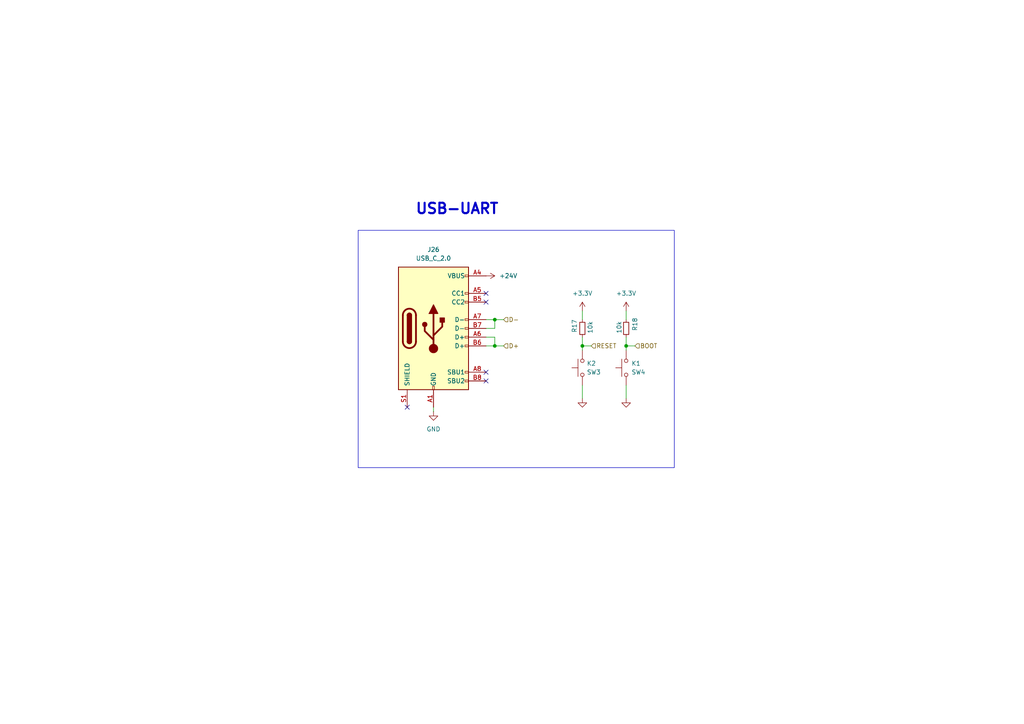
<source format=kicad_sch>
(kicad_sch (version 20231120) (generator "eeschema") (generator_version "8.0")
  (paper "A4")
  (lib_symbols
    (symbol "Connector:USB_C_Receptacle_USB2.0" (pin_names (offset 1.016))
      (property "Reference" "J" (at -10.16 19.05 0))
      (property "Value" "USB_C_Receptacle_USB2.0" (at 19.05 19.05 0))
      (symbol "USB_C_Receptacle_USB2.0_0_0"
        (rectangle (start -0.254 -17.78) (end 0.254 -16.764))
        (rectangle (start 10.16 -14.986) (end 9.144 -15.494))
        (rectangle (start 10.16 -12.446) (end 9.144 -12.954))
        (rectangle (start 10.16 -4.826) (end 9.144 -5.334))
        (rectangle (start 10.16 -2.286) (end 9.144 -2.794))
        (rectangle (start 10.16 0.254) (end 9.144 -0.254))
        (rectangle (start 10.16 2.794) (end 9.144 2.286))
        (rectangle (start 10.16 7.874) (end 9.144 7.366))
        (rectangle (start 10.16 10.414) (end 9.144 9.906))
        (rectangle (start 10.16 15.494) (end 9.144 14.986))
      )
      (symbol "USB_C_Receptacle_USB2.0_0_1"
        (rectangle (start -10.16 17.78) (end 10.16 -17.78) (stroke (width 0.254)) (fill (type background)))
        (arc (start -8.89 -3.81) (mid -6.985 -5.7067) (end -5.08 -3.81) (stroke (width 0.508)))
        (arc (start -7.62 -3.81) (mid -6.985 -4.4423) (end -6.35 -3.81) (stroke (width 0.254)))
        (arc (start -7.62 -3.81) (mid -6.985 -4.4423) (end -6.35 -3.81) (stroke (width 0.254)) (fill (type outline)))
        (rectangle (start -7.62 -3.81) (end -6.35 3.81) (stroke (width 0.254)) (fill (type outline)))
        (arc (start -6.35 3.81) (mid -6.985 4.4423) (end -7.62 3.81) (stroke (width 0.254)))
        (arc (start -6.35 3.81) (mid -6.985 4.4423) (end -7.62 3.81) (stroke (width 0.254)) (fill (type outline)))
        (arc (start -5.08 3.81) (mid -6.985 5.7067) (end -8.89 3.81) (stroke (width 0.508)))
        (circle (center -2.54 1.143) (radius 0.635) (stroke (width 0.254)) (fill (type outline)))
        (circle (center 0 -5.842) (radius 1.27) (fill (type outline)))
        (polyline (pts (xy -8.89 -3.81) (xy -8.89 3.81)) (stroke (width 0.508)))
        (polyline (pts (xy -5.08 3.81) (xy -5.08 -3.81)) (stroke (width 0.508)))
        (polyline (pts (xy 0 -5.842) (xy 0 4.318)) (stroke (width 0.508)))
        (polyline (pts (xy 0 -3.302) (xy -2.54 -0.762) (xy -2.54 0.508)) (stroke (width 0.508)))
        (polyline (pts (xy 0 -2.032) (xy 2.54 0.508) (xy 2.54 1.778)) (stroke (width 0.508)))
        (polyline (pts (xy -1.27 4.318) (xy 0 6.858) (xy 1.27 4.318) (xy -1.27 4.318)) (stroke (width 0.254)) (fill (type outline)))
        (rectangle (start 1.905 1.778) (end 3.175 3.048) (stroke (width 0.254)) (fill (type outline)))
      )
      (symbol "USB_C_Receptacle_USB2.0_1_1"
        (pin passive line (at 0 -22.86 90) (length 5.08) (name "GND") (number "A1"))
        (pin passive line (at 0 -22.86 90) (length 5.08) hide (name "GND") (number "A12"))
        (pin passive line (at 15.24 15.24 180) (length 5.08) (name "VBUS") (number "A4"))
        (pin bidirectional line (at 15.24 10.16 180) (length 5.08) (name "CC1") (number "A5"))
        (pin bidirectional line (at 15.24 -2.54 180) (length 5.08) (name "D+") (number "A6"))
        (pin bidirectional line (at 15.24 2.54 180) (length 5.08) (name "D-") (number "A7"))
        (pin bidirectional line (at 15.24 -12.7 180) (length 5.08) (name "SBU1") (number "A8"))
        (pin passive line (at 15.24 15.24 180) (length 5.08) hide (name "VBUS") (number "A9"))
        (pin passive line (at 0 -22.86 90) (length 5.08) hide (name "GND") (number "B1"))
        (pin passive line (at 0 -22.86 90) (length 5.08) hide (name "GND") (number "B12"))
        (pin passive line (at 15.24 15.24 180) (length 5.08) hide (name "VBUS") (number "B4"))
        (pin bidirectional line (at 15.24 7.62 180) (length 5.08) (name "CC2") (number "B5"))
        (pin bidirectional line (at 15.24 -5.08 180) (length 5.08) (name "D+") (number "B6"))
        (pin bidirectional line (at 15.24 0 180) (length 5.08) (name "D-") (number "B7"))
        (pin bidirectional line (at 15.24 -15.24 180) (length 5.08) (name "SBU2") (number "B8"))
        (pin passive line (at 15.24 15.24 180) (length 5.08) hide (name "VBUS") (number "B9"))
        (pin passive line (at -7.62 -22.86 90) (length 5.08) (name "SHIELD") (number "S1"))
      )
    )
    (symbol "Device:R_Small" (pin_numbers hide) (pin_names (offset 0.254) hide)
      (property "Reference" "R" (at 0.762 0.508 0))
      (property "Value" "R_Small" (at 0.762 -1.016 0))
      (symbol "R_Small_0_1"
        (rectangle (start -0.762 1.778) (end 0.762 -1.778) (stroke (width 0.2032)))
      )
      (symbol "R_Small_1_1"
        (pin passive line (at 0 2.54 270) (length 0.762) (name "~") (number "1"))
        (pin passive line (at 0 -2.54 90) (length 0.762) (name "~") (number "2"))
      )
    )
    (symbol "GND_1" (power) (pin_numbers hide) (pin_names (offset 0) hide)
      (property "Value" "GND" (at 0 -3.81 0))
      (symbol "GND_1_0_1"
        (polyline (pts (xy 0 0) (xy 0 -1.27) (xy 1.27 -1.27) (xy 0 -2.54) (xy -1.27 -1.27) (xy 0 -1.27)))
      )
      (symbol "GND_1_1_1"
        (pin power_in line (at 0 0 270) (length 0) (name "~") (number "1"))
      )
    )
    (symbol "Switch:SW_Push" (pin_numbers hide) (pin_names (offset 1.016) hide)
      (property "Reference" "SW" (at 1.27 2.54 0))
      (property "Value" "SW_Push" (at 0 -1.524 0))
      (symbol "SW_Push_0_1"
        (circle (center -2.032 0) (radius 0.508))
        (polyline (pts (xy 0 1.27) (xy 0 3.048)))
        (polyline (pts (xy 2.54 1.27) (xy -2.54 1.27)))
        (circle (center 2.032 0) (radius 0.508))
        (pin passive line (at -5.08 0 0) (length 2.54) (name "1") (number "1"))
        (pin passive line (at 5.08 0 180) (length 2.54) (name "2") (number "2"))
      )
    )
    (symbol "power:+24V" (power) (pin_numbers hide) (pin_names (offset 0) hide)
      (property "Value" "+24V" (at 0 3.556 0))
      (symbol "+24V_0_1"
        (polyline (pts (xy -0.762 1.27) (xy 0 2.54)))
        (polyline (pts (xy 0 0) (xy 0 2.54)))
        (polyline (pts (xy 0 2.54) (xy 0.762 1.27)))
      )
      (symbol "+24V_1_1"
        (pin power_in line (at 0 0 90) (length 0) (name "~") (number "1"))
      )
    )
    (symbol "power:+3.3V" (power) (pin_names (offset 0))
      (property "Value" "+3.3V" (at 0 3.556 0))
      (symbol "+3.3V_0_1"
        (polyline (pts (xy -0.762 1.27) (xy 0 2.54)))
        (polyline (pts (xy 0 0) (xy 0 2.54)))
        (polyline (pts (xy 0 2.54) (xy 0.762 1.27)))
      )
      (symbol "+3.3V_1_1"
        (pin power_in line (at 0 0 90) (length 0) hide (name "+3.3V") (number "1"))
      )
    )
    (symbol "power:GND" (power) (pin_names (offset 0))
      (property "Value" "GND" (at 0 -3.81 0))
      (symbol "GND_0_1"
        (polyline (pts (xy 0 0) (xy 0 -1.27) (xy 1.27 -1.27) (xy 0 -2.54) (xy -1.27 -1.27) (xy 0 -1.27)))
      )
      (symbol "GND_1_1"
        (pin power_in line (at 0 0 270) (length 0) hide (name "GND") (number "1"))
      )
    )
  )
  (junction (at 168.91 100.33))
  (junction (at 181.61 100.33))
  (junction (at 143.51 92.71))
  (junction (at 143.51 100.33))
  (no_connect (at 118.11 118.11))
  (no_connect (at 140.97 85.09))
  (no_connect (at 140.97 87.63))
  (no_connect (at 140.97 107.95))
  (no_connect (at 140.97 110.49))
  (wire (pts (xy 143.51 97.79) (xy 143.51 100.33)))
  (wire (pts (xy 143.51 92.71) (xy 146.05 92.71)))
  (wire (pts (xy 168.91 97.79) (xy 168.91 100.33)))
  (wire (pts (xy 181.61 100.33) (xy 184.15 100.33)))
  (wire (pts (xy 168.91 100.33) (xy 171.45 100.33)))
  (wire (pts (xy 140.97 97.79) (xy 143.51 97.79)))
  (wire (pts (xy 168.91 111.76) (xy 168.91 115.57)))
  (wire (pts (xy 168.91 90.17) (xy 168.91 92.71)))
  (wire (pts (xy 181.61 111.76) (xy 181.61 115.57)))
  (wire (pts (xy 181.61 97.79) (xy 181.61 100.33)))
  (wire (pts (xy 140.97 95.25) (xy 143.51 95.25)))
  (wire (pts (xy 125.73 118.11) (xy 125.73 119.38)))
  (wire (pts (xy 143.51 92.71) (xy 140.97 92.71)))
  (wire (pts (xy 181.61 90.17) (xy 181.61 92.71)))
  (wire (pts (xy 168.91 100.33) (xy 168.91 101.6)))
  (wire (pts (xy 140.97 100.33) (xy 143.51 100.33)))
  (wire (pts (xy 143.51 100.33) (xy 146.05 100.33)))
  (wire (pts (xy 143.51 95.25) (xy 143.51 92.71)))
  (wire (pts (xy 181.61 100.33) (xy 181.61 101.6)))
  (rectangle (start 103.886 66.802) (end 195.58 135.636))
  (text "USB-UART\n" (at 132.588 60.706 0) (effects (font (size 3 3) (thickness 0.6) (bold yes))))
  (hierarchical_label "D-" (shape input) (at 146.05 92.71 0))
  (hierarchical_label "RESET" (shape input) (at 171.45 100.33 0))
  (hierarchical_label "BOOT" (shape input) (at 184.15 100.33 0))
  (hierarchical_label "D+" (shape input) (at 146.05 100.33 0))
  (symbol (lib_id "Switch:SW_Push") (at 181.61 106.68 90) (unit 1)
    (property "Reference" "SW4" (at 183.134 107.95 90) (effects (justify right)))
    (property "Value" "K1" (at 183.134 105.41 90) (effects (justify right)))
    (property "Footprint" "Button_Switch_SMD:SW_Push_SPST_NO_Alps_SKRK" (effects (hide yes)))
  )
  (symbol (lib_id "Switch:SW_Push") (at 168.91 106.68 90) (unit 1)
    (property "Reference" "SW3" (at 170.18 107.95 90) (effects (justify right)))
    (property "Value" "K2" (at 170.18 105.41 90) (effects (justify right)))
    (property "Footprint" "Button_Switch_SMD:SW_Push_SPST_NO_Alps_SKRK" (effects (hide yes)))
  )
  (symbol (lib_id "power:GND") (at 181.61 115.57 0) (unit 1)
    (property "Reference" "#PWR094" (effects (hide yes)))
    (property "Value" "GND" (effects (hide yes)))
  )
  (symbol (lib_id "power:+24V") (at 140.97 80.01 270) (unit 1)
    (property "Reference" "#PWR026" (effects (hide yes)))
    (property "Value" "+24V" (at 144.78 80.0099 90) (effects (justify left)))
    (property "Description" "Power symbol creates a global label with name \"+24V\"" (effects (hide yes)))
  )
  (symbol (lib_id "Device:R_Small") (at 181.61 95.25 180) (unit 1)
    (property "Reference" "R18" (at 184.15 96.012 90) (effects (justify right)))
    (property "Value" "10k" (at 179.578 96.774 90) (effects (justify right)))
    (property "Footprint" "Resistor_SMD:R_0603_1608Metric" (effects (hide yes)))
  )
  (symbol (lib_id "power:GND") (at 168.91 115.57 0) (unit 1)
    (property "Reference" "#PWR092" (effects (hide yes)))
    (property "Value" "GND" (effects (hide yes)))
  )
  (symbol (lib_id "Device:R_Small") (at 168.91 95.25 180) (unit 1)
    (property "Reference" "R17" (at 166.624 96.52 90) (effects (justify right)))
    (property "Value" "10k" (at 171.196 96.774 90) (effects (justify right)))
    (property "Footprint" "Resistor_SMD:R_0603_1608Metric" (effects (hide yes)))
  )
  (symbol (lib_id "power:+3.3V") (at 168.91 90.17 0) (unit 1)
    (property "Reference" "#PWR091" (effects (hide yes)))
    (property "Value" "+3.3V" (at 168.91 85.09 0))
  )
  (symbol (lib_id "power:+3.3V") (at 181.61 90.17 0) (unit 1)
    (property "Reference" "#PWR093" (effects (hide yes)))
    (property "Value" "+3.3V" (at 181.61 85.09 0))
  )
  (symbol (lib_name "GND_1") (lib_id "power:GND") (at 125.73 119.38 0) (unit 1)
    (property "Reference" "#PWR089" (effects (hide yes)))
    (property "Value" "GND" (at 125.73 124.46 0))
    (property "Description" "Power symbol creates a global label with name \"GND\" , ground" (effects (hide yes)))
  )
  (symbol (lib_id "Connector:USB_C_Receptacle_USB2.0") (at 125.73 95.25 0) (unit 1)
    (property "Reference" "J26" (at 125.73 72.39 0))
    (property "Value" "USB_C_2.0" (at 125.73 74.93 0))
    (property "Footprint" "Connector_USB:USB_C_Receptacle_Palconn_UTC16-G" (effects (hide yes)))
    (property "Datasheet" "https://www.usb.org/sites/default/files/documents/usb_type-c.zip" (effects (hide yes)))
  )
)
</source>
